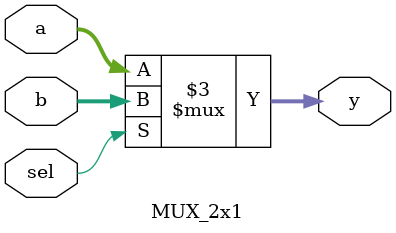
<source format=v>
module MUX_2x1 #(parameter DATA_WIDTH = 16)(
    input [DATA_WIDTH-1:0] a,
    input [DATA_WIDTH-1:0] b,
    input sel,
    output reg [DATA_WIDTH-1:0] y
);

always @(*) begin
    if (sel)
        y = b;
    else
        y = a;
end

endmodule


</source>
